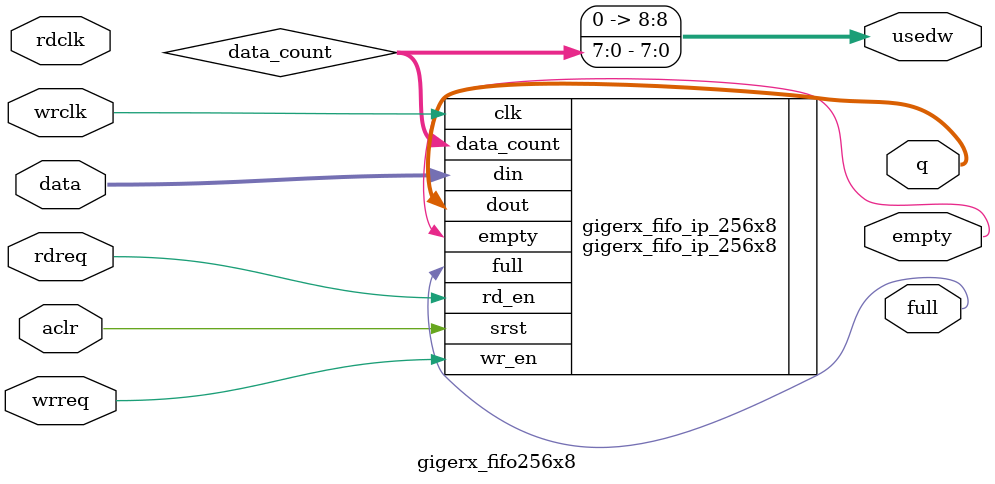
<source format=v>


`timescale 1ns / 1ns


module gigerx_fifo256x8

(
			aclr,
			
			wrclk,          // i,Clk for writing data                                  
			wrreq,          // i,request to write                                      
			data,           // i,Data coming in                                          
			full,           // o,indicates fifo is full or not (To avoid overiding)    
		                                                                               
			rdclk,	        // i,Clk for reading data                                  
			rdreq,          // i,Request to read from FIFO                             
			q, 	            // o,Data coming out                                       
			empty,           // o,indicates fifo is empty or not (to avoid underflow)  
			usedw             //o, number of slots currently in use for reading        

);
	parameter WIDTH = 8,
			  DEPTH = 256,
			  PTR	= 8;
			  
			  
			input wire aclr;

			input  wire 				wrclk;          // Clk for writing data                              
			input  wire 				wrreq;          // request to write                                  
			input  wire [WIDTH-1 : 0]	data;          	// Data coming in                                                   
			output wire					full;           // indicates fifo is full or not (To avoid overiding)
		                       
			input  wire 				rdclk;           // Clk for read data                                     
			input  wire 				rdreq;            // Request to read from FIFO                            
			output wire [WIDTH-1 : 0]	q; 	            	 // Data coming out                                      
			output wire 				empty;          	 // indicates fifo is empty or not (to avoid underflow)  
			output wire [PTR  : 0] 		usedw;          	 // number of slots currently in use for reading         


            wire		[PTR-1  : 0]	data_count;     // number of slots currently in use for writting  

	assign	usedw	=	{1'b0, data_count};
	
	
	gigerx_fifo_ip_256x8
						//#(.WIDTH (8),		
					  	//	  .DEPTH (4096),
					 	//	  .PTR	 (12) )		
 											
    gigerx_fifo_ip_256x8 (
			.srst	(aclr),		
			
			.clk	(wrclk),			// Clk to write data
			.wr_en	(wrreq),	      	// write enable                                                
			.din	(data),		  		// write data                                                 
			.full	(full),	      		// indicates fifo is full or not (To avoid overiding)           
			.data_count(data_count),	// wrusedw -number of locations filled in fifo
                                                                                                               
			.rd_en	(rdreq),	     	// i-1, read enable of data FIFO                                    
			.dout	(q),		     	// Dataout of data FIFO                              
			.empty	(empty)	    		// indicates fifo is empty or not (to avoid underflow)      
		 );
		 
		 
endmodule
</source>
